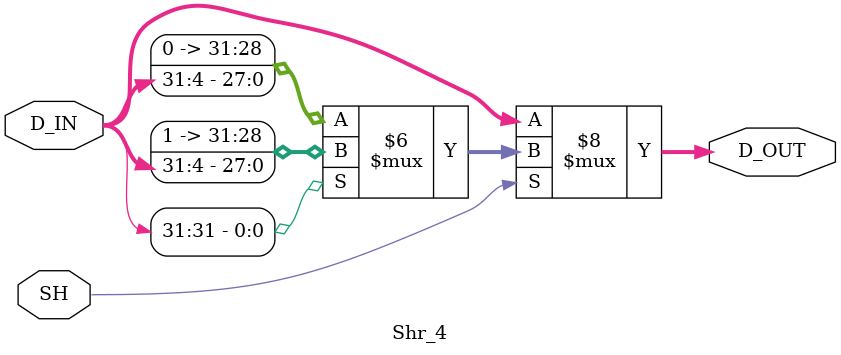
<source format=v>
`timescale 1 ns/1 ns

module Shr_4(SH, D_IN, D_OUT);

	input SH;
	input  [31:0] D_IN;
	output [31:0] D_OUT;
	reg    [31:0] D_OUT;

	// CombLogic
	always @(SH, D_IN) begin
		if(SH == 1'b1) begin
			if(D_IN[31] == 1'b1)
				D_OUT <= {4'b1111, D_IN[31:4]};
			else
				D_OUT <= {4'b0000, D_IN[31:4]};
		end
		else
			D_OUT <= D_IN;
	end
endmodule
</source>
